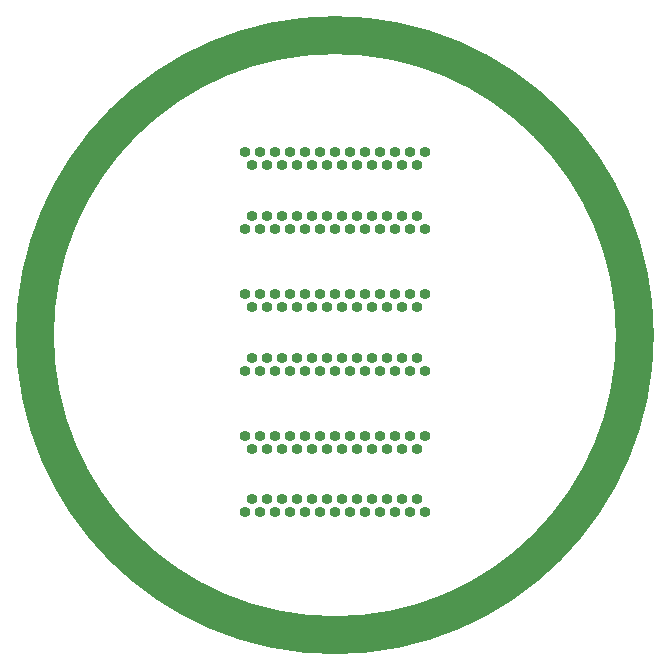
<source format=gbr>
%TF.GenerationSoftware,KiCad,Pcbnew,(5.1.9)-1*%
%TF.CreationDate,2021-07-21T23:40:00-06:00*%
%TF.ProjectId,Sub-D Micro-D 25 Pin Vacuum FeedThru,5375622d-4420-44d6-9963-726f2d442032,rev?*%
%TF.SameCoordinates,Original*%
%TF.FileFunction,Soldermask,Top*%
%TF.FilePolarity,Negative*%
%FSLAX46Y46*%
G04 Gerber Fmt 4.6, Leading zero omitted, Abs format (unit mm)*
G04 Created by KiCad (PCBNEW (5.1.9)-1) date 2021-07-21 23:40:00*
%MOMM*%
%LPD*%
G01*
G04 APERTURE LIST*
%ADD10C,3.200000*%
%ADD11O,0.920000X0.920000*%
G04 APERTURE END LIST*
D10*
X25400000Y0D02*
G75*
G03*
X25400000Y0I-25400000J0D01*
G01*
D11*
%TO.C,J6*%
X7620000Y-15000000D03*
X6985000Y-13900000D03*
X6350000Y-15000000D03*
X5715000Y-13900000D03*
X5080000Y-15000000D03*
X4445000Y-13900000D03*
X3810000Y-15000000D03*
X3175000Y-13900000D03*
X2540000Y-15000000D03*
X1905000Y-13900000D03*
X1270000Y-15000000D03*
X635000Y-13900000D03*
X0Y-15000000D03*
X-635000Y-13900000D03*
X-1270000Y-15000000D03*
X-1905000Y-13900000D03*
X-2540000Y-15000000D03*
X-3175000Y-13900000D03*
X-3810000Y-15000000D03*
X-4445000Y-13900000D03*
X-5080000Y-15000000D03*
X-5715000Y-13900000D03*
X-6350000Y-15000000D03*
X-6985000Y-13900000D03*
X-7620000Y-15000000D03*
%TD*%
%TO.C,J5*%
X7620000Y-8500000D03*
X6985000Y-9600000D03*
X6350000Y-8500000D03*
X5715000Y-9600000D03*
X5080000Y-8500000D03*
X4445000Y-9600000D03*
X3810000Y-8500000D03*
X3175000Y-9600000D03*
X2540000Y-8500000D03*
X1905000Y-9600000D03*
X1270000Y-8500000D03*
X635000Y-9600000D03*
X0Y-8500000D03*
X-635000Y-9600000D03*
X-1270000Y-8500000D03*
X-1905000Y-9600000D03*
X-2540000Y-8500000D03*
X-3175000Y-9600000D03*
X-3810000Y-8500000D03*
X-4445000Y-9600000D03*
X-5080000Y-8500000D03*
X-5715000Y-9600000D03*
X-6350000Y-8500000D03*
X-6985000Y-9600000D03*
X-7620000Y-8500000D03*
%TD*%
%TO.C,J4*%
X7620000Y-3000000D03*
X6985000Y-1900000D03*
X6350000Y-3000000D03*
X5715000Y-1900000D03*
X5080000Y-3000000D03*
X4445000Y-1900000D03*
X3810000Y-3000000D03*
X3175000Y-1900000D03*
X2540000Y-3000000D03*
X1905000Y-1900000D03*
X1270000Y-3000000D03*
X635000Y-1900000D03*
X0Y-3000000D03*
X-635000Y-1900000D03*
X-1270000Y-3000000D03*
X-1905000Y-1900000D03*
X-2540000Y-3000000D03*
X-3175000Y-1900000D03*
X-3810000Y-3000000D03*
X-4445000Y-1900000D03*
X-5080000Y-3000000D03*
X-5715000Y-1900000D03*
X-6350000Y-3000000D03*
X-6985000Y-1900000D03*
X-7620000Y-3000000D03*
%TD*%
%TO.C,J3*%
X7620000Y3500000D03*
X6985000Y2400000D03*
X6350000Y3500000D03*
X5715000Y2400000D03*
X5080000Y3500000D03*
X4445000Y2400000D03*
X3810000Y3500000D03*
X3175000Y2400000D03*
X2540000Y3500000D03*
X1905000Y2400000D03*
X1270000Y3500000D03*
X635000Y2400000D03*
X0Y3500000D03*
X-635000Y2400000D03*
X-1270000Y3500000D03*
X-1905000Y2400000D03*
X-2540000Y3500000D03*
X-3175000Y2400000D03*
X-3810000Y3500000D03*
X-4445000Y2400000D03*
X-5080000Y3500000D03*
X-5715000Y2400000D03*
X-6350000Y3500000D03*
X-6985000Y2400000D03*
X-7620000Y3500000D03*
%TD*%
%TO.C,J2*%
X7620000Y9000000D03*
X6985000Y10100000D03*
X6350000Y9000000D03*
X5715000Y10100000D03*
X5080000Y9000000D03*
X4445000Y10100000D03*
X3810000Y9000000D03*
X3175000Y10100000D03*
X2540000Y9000000D03*
X1905000Y10100000D03*
X1270000Y9000000D03*
X635000Y10100000D03*
X0Y9000000D03*
X-635000Y10100000D03*
X-1270000Y9000000D03*
X-1905000Y10100000D03*
X-2540000Y9000000D03*
X-3175000Y10100000D03*
X-3810000Y9000000D03*
X-4445000Y10100000D03*
X-5080000Y9000000D03*
X-5715000Y10100000D03*
X-6350000Y9000000D03*
X-6985000Y10100000D03*
X-7620000Y9000000D03*
%TD*%
%TO.C,J1*%
X7620000Y15500000D03*
X6985000Y14400000D03*
X6350000Y15500000D03*
X5715000Y14400000D03*
X5080000Y15500000D03*
X4445000Y14400000D03*
X3810000Y15500000D03*
X3175000Y14400000D03*
X2540000Y15500000D03*
X1905000Y14400000D03*
X1270000Y15500000D03*
X635000Y14400000D03*
X0Y15500000D03*
X-635000Y14400000D03*
X-1270000Y15500000D03*
X-1905000Y14400000D03*
X-2540000Y15500000D03*
X-3175000Y14400000D03*
X-3810000Y15500000D03*
X-4445000Y14400000D03*
X-5080000Y15500000D03*
X-5715000Y14400000D03*
X-6350000Y15500000D03*
X-6985000Y14400000D03*
X-7620000Y15500000D03*
%TD*%
M02*

</source>
